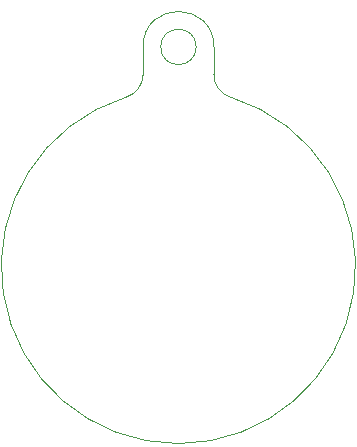
<source format=gbr>
G04 #@! TF.FileFunction,Profile,NP*
%FSLAX46Y46*%
G04 Gerber Fmt 4.6, Leading zero omitted, Abs format (unit mm)*
G04 Created by KiCad (PCBNEW 4.0.4-stable) date 10/20/17 11:10:49*
%MOMM*%
%LPD*%
G01*
G04 APERTURE LIST*
%ADD10C,0.100000*%
G04 APERTURE END LIST*
D10*
X132570000Y-74662880D02*
G75*
G03X132570000Y-74662880I-1500000J0D01*
G01*
X128069999Y-77001915D02*
G75*
G02X126658235Y-78913453I-1999999J0D01*
G01*
X128070000Y-77001915D02*
X128070000Y-74662880D01*
X128070000Y-74662880D02*
G75*
G02X134070000Y-74662880I3000000J0D01*
G01*
X134070000Y-74662880D02*
X134070000Y-77001915D01*
X135481765Y-78913453D02*
G75*
G02X134070000Y-77001915I588235J1911538D01*
G01*
X135481765Y-78913463D02*
G75*
G02X126658236Y-78913462I-4411765J-14336537D01*
G01*
M02*

</source>
